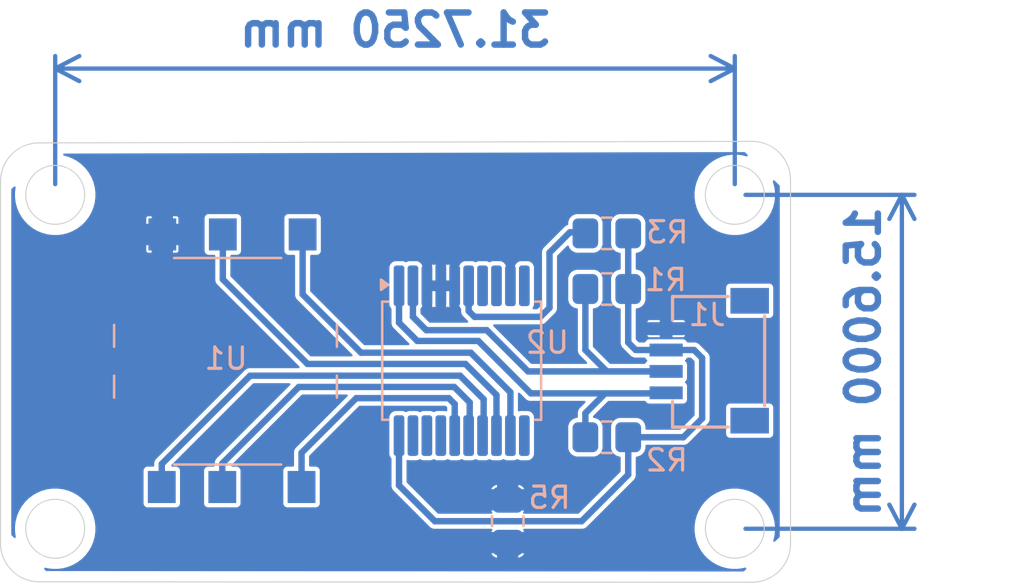
<source format=kicad_pcb>
(kicad_pcb (version 20241229) (generator "pcbnew") (generator_version "9.0")
  (layers (0 "F.Cu" signal) (2 "B.Cu" signal) (13 "F.Paste" user) (15 "B.Paste" user) (5 "F.SilkS" user "F.Silkscreen") (7 "B.SilkS" user "B.Silkscreen") (1 "F.Mask" user) (3 "B.Mask" user) (25 "Edge.Cuts" user))
  (net 0 "")
  (net 1 "VCC")
  (net 2 "/SDA")
  (net 3 "/SCL")
  (net 4 "GND")
  (net 5 "Net-(U2-~{RESET})")
  (net 7 "/right")
  (net 9 "/up")
  (net 15 "/left")
  (net 16 "/center")
  (net 17 "/down")
  (footprint "Resistor_SMD:R_0805_2012Metric_Pad1.20x1.40mm_HandSolder" (layer "B.Cu") (at 175.75 83.9 -90)
    (property "Reference" "R5" (at -1.1 -1.95 0) (layer "B.SilkS") (effects (justify mirror)))
    (property "Value" "0")
    (fp_line (start -0.227064 0.735) (end 0.227064 0.735) (stroke (width 0.12)) (layer "B.SilkS"))
    (fp_line (start -0.227064 -0.735) (end 0.227064 -0.735) (stroke (width 0.12)) (layer "B.SilkS"))
    (pad "1" smd roundrect (at -1 0 270) (size 1.2 1.4) (layers "B.Cu" "B.Mask" "B.Paste") (roundrect_rratio 0.208333) (net 4 "GND"))
    (pad "2" smd roundrect (at 1 0 270) (size 1.2 1.4) (layers "B.Cu" "B.Mask" "B.Paste") (roundrect_rratio 0.208333) (net 4 "GND"))
  )
  (footprint "Resistor_SMD:R_0805_2012Metric_Pad1.20x1.40mm_HandSolder" (layer "B.Cu") (at 180.375 79.975 180)
    (property "Reference" "R2" (at -2.8 -1.075 0) (layer "B.SilkS") (effects (justify mirror)))
    (property "Value" "10k")
    (fp_line (start 0.227064 0.735) (end -0.227064 0.735) (stroke (width 0.12)) (layer "B.SilkS"))
    (fp_line (start 0.227064 -0.735) (end -0.227064 -0.735) (stroke (width 0.12)) (layer "B.SilkS"))
    (pad "1" smd roundrect (at -1 0 180) (size 1.2 1.4) (layers "B.Cu" "B.Mask" "B.Paste") (roundrect_rratio 0.208333) (net 1 "VCC"))
    (pad "2" smd roundrect (at 1 0 180) (size 1.2 1.4) (layers "B.Cu" "B.Mask" "B.Paste") (roundrect_rratio 0.208333) (net 3 "/SCL"))
  )
  (footprint "adafruit-connectors:JST_SH4" (layer "B.Cu") (at 185.15 76.4 -90)
    (property "Reference" "J1" (at -2.725 1.05 0) (layer "B.SilkS") (effects (justify right top mirror)))
    (property "Value" "Conn_01x04_Socket" (hide yes))
    (fp_line (start -3 1.706) (end -3 -0.894) (stroke (width 0.1524)) (layer "B.SilkS"))
    (fp_line (start -1.9 1.706) (end -3 1.706) (stroke (width 0.1524)) (layer "B.SilkS"))
    (fp_line (start 3.1 1.706) (end 1.9 1.706) (stroke (width 0.1524)) (layer "B.SilkS"))
    (fp_line (start 3.1 -0.894) (end 3.1 1.706) (stroke (width 0.1524)) (layer "B.SilkS"))
    (fp_line (start 2.1 -2.594) (end -2.1 -2.594) (stroke (width 0.1524)) (layer "B.SilkS"))
    (pad "1" smd rect (at -1.5 2.006 180) (size 1.55 0.6) (layers "B.Cu" "B.Mask" "B.Paste") (net 4 "GND"))
    (pad "2" smd rect (at -0.5 2.006 180) (size 1.55 0.6) (layers "B.Cu" "B.Mask" "B.Paste") (net 1 "VCC"))
    (pad "3" smd rect (at 0.5 2.006 180) (size 1.55 0.6) (layers "B.Cu" "B.Mask" "B.Paste") (net 2 "/SDA"))
    (pad "4" smd rect (at 1.5 2.006 180) (size 1.55 0.6) (layers "B.Cu" "B.Mask" "B.Paste") (net 3 "/SCL"))
    (pad "MT1" smd rect (at -2.8 -1.894 180) (size 1.8 1.2) (layers "B.Cu" "B.Mask" "B.Paste"))
    (pad "MT2" smd rect (at 2.8 -1.894 180) (size 1.8 1.2) (layers "B.Cu" "B.Mask" "B.Paste"))
  )
  (footprint "aliexpress:5wayjoy" (layer "B.Cu") (at 153.5 74.475 90)
    (property "Reference" "U1" (at -1.825 9.1 0) (layer "B.SilkS") (effects (justify mirror)))
    (property "Value" "~")
    (fp_line (start -0.25 3.875) (end -1.275 3.875) (stroke (width 0.12)) (layer "B.SilkS"))
    (fp_line (start -2.625 3.875) (end -3.65 3.875) (stroke (width 0.12)) (layer "B.SilkS"))
    (fp_line (start 2.875 11.675) (end 2.875 6.675) (stroke (width 0.12)) (layer "B.SilkS"))
    (fp_line (start -6.775 11.675) (end -6.775 6.675) (stroke (width 0.12)) (layer "B.SilkS"))
    (fp_line (start -0.25 14.275) (end -1.275 14.275) (stroke (width 0.12)) (layer "B.SilkS"))
    (fp_line (start -2.625 14.275) (end -3.65 14.275) (stroke (width 0.12)) (layer "B.SilkS"))
    (pad "1" smd rect (at -7.825 12.625 270) (size 1.5 1.3) (layers "B.Cu" "B.Mask" "B.Paste") (net 9 "/up"))
    (pad "2" smd rect (at -7.825 8.925 270) (size 1.5 1.3) (layers "B.Cu" "B.Mask" "B.Paste") (net 15 "/left"))
    (pad "3" smd rect (at -7.825 6.1 270) (size 1.5 1.3) (layers "B.Cu" "B.Mask" "B.Paste") (net 17 "/down"))
    (pad "4" smd rect (at 3.975 6.125 270) (size 1.5 1.3) (layers "B.Cu" "B.Mask" "B.Paste") (net 4 "GND"))
    (pad "5" smd rect (at 3.975 8.95 270) (size 1.5 1.3) (layers "B.Cu" "B.Mask" "B.Paste") (net 7 "/right"))
    (pad "6" smd rect (at 3.975 12.675 270) (size 1.5 1.3) (layers "B.Cu" "B.Mask" "B.Paste") (net 16 "/center"))
  )
  (footprint "Resistor_SMD:R_0805_2012Metric_Pad1.20x1.40mm_HandSolder" (layer "B.Cu") (at 180.375 73.05 180)
    (property "Reference" "R1" (at -2.75 0.425 0) (layer "B.SilkS") (effects (justify mirror)))
    (property "Value" "10k")
    (fp_line (start 0.227064 0.735) (end -0.227064 0.735) (stroke (width 0.12)) (layer "B.SilkS"))
    (fp_line (start 0.227064 -0.735) (end -0.227064 -0.735) (stroke (width 0.12)) (layer "B.SilkS"))
    (pad "1" smd roundrect (at -1 0 180) (size 1.2 1.4) (layers "B.Cu" "B.Mask" "B.Paste") (roundrect_rratio 0.208333) (net 1 "VCC"))
    (pad "2" smd roundrect (at 1 0 180) (size 1.2 1.4) (layers "B.Cu" "B.Mask" "B.Paste") (roundrect_rratio 0.208333) (net 2 "/SDA"))
  )
  (footprint "Resistor_SMD:R_0805_2012Metric_Pad1.20x1.40mm_HandSolder" (layer "B.Cu") (at 180.375 70.45 180)
    (property "Reference" "R3" (at -2.825 0.05 0) (layer "B.SilkS") (effects (justify mirror)))
    (property "Value" "10k")
    (fp_line (start 0.227064 0.735) (end -0.227064 0.735) (stroke (width 0.12)) (layer "B.SilkS"))
    (fp_line (start 0.227064 -0.735) (end -0.227064 -0.735) (stroke (width 0.12)) (layer "B.SilkS"))
    (pad "1" smd roundrect (at -1 0 180) (size 1.2 1.4) (layers "B.Cu" "B.Mask" "B.Paste") (roundrect_rratio 0.208333) (net 1 "VCC"))
    (pad "2" smd roundrect (at 1 0 180) (size 1.2 1.4) (layers "B.Cu" "B.Mask" "B.Paste") (roundrect_rratio 0.208333) (net 5 "Net-(U2-~{RESET})"))
  )
  (footprint "Package_SO:SSOP-20_5.3x7.2mm_P0.65mm" (layer "B.Cu") (at 173.6 76.4 -90)
    (property "Reference" "U2" (at -0.85 -4 0) (layer "B.SilkS") (effects (justify mirror)))
    (property "Value" "MCP23008-xSS")
    (fp_line (start -2.76 3.71) (end 0 3.71) (stroke (width 0.12)) (layer "B.SilkS"))
    (fp_line (start 2.76 3.71) (end 0 3.71) (stroke (width 0.12)) (layer "B.SilkS"))
    (fp_line (start -2.76 3.435) (end -2.76 3.71) (stroke (width 0.12)) (layer "B.SilkS"))
    (fp_line (start 2.76 3.435) (end 2.76 3.71) (stroke (width 0.12)) (layer "B.SilkS"))
    (fp_line (start -2.76 -3.435) (end -2.76 -3.71) (stroke (width 0.12)) (layer "B.SilkS"))
    (fp_line (start 2.76 -3.435) (end 2.76 -3.71) (stroke (width 0.12)) (layer "B.SilkS"))
    (fp_line (start -2.76 -3.71) (end 0 -3.71) (stroke (width 0.12)) (layer "B.SilkS"))
    (fp_line (start 2.76 -3.71) (end 0 -3.71) (stroke (width 0.12)) (layer "B.SilkS"))
    (fp_poly (pts (xy -3.55 3.435) (xy -3.79 3.765) (xy -3.31 3.765) (xy -3.55 3.435)) (stroke (width 0.12)) (fill yes) (layer "B.SilkS"))
    (pad "1" smd roundrect (at -3.5 2.925 270) (size 1.9 0.5) (layers "B.Cu" "B.Mask" "B.Paste") (net 3 "/SCL"))
    (pad "2" smd roundrect (at -3.5 2.275 270) (size 1.9 0.5) (layers "B.Cu" "B.Mask" "B.Paste") (net 2 "/SDA"))
    (pad "3" smd roundrect (at -3.5 1.625 270) (size 1.9 0.5) (layers "B.Cu" "B.Mask" "B.Paste") (net 4 "GND"))
    (pad "4" smd roundrect (at -3.5 0.975 270) (size 1.9 0.5) (layers "B.Cu" "B.Mask" "B.Paste") (net 4 "GND"))
    (pad "5" smd roundrect (at -3.5 0.325 270) (size 1.9 0.5) (layers "B.Cu" "B.Mask" "B.Paste") (net 4 "GND"))
    (pad "6" smd roundrect (at -3.5 -0.325 270) (size 1.9 0.5) (layers "B.Cu" "B.Mask" "B.Paste") (net 5 "Net-(U2-~{RESET})"))
    (pad "7" smd roundrect (at -3.5 -0.975 270) (size 1.9 0.5) (layers "B.Cu" "B.Mask" "B.Paste"))
    (pad "8" smd roundrect (at -3.5 -1.625 270) (size 1.9 0.5) (layers "B.Cu" "B.Mask" "B.Paste"))
    (pad "9" smd roundrect (at -3.5 -2.275 270) (size 1.9 0.5) (layers "B.Cu" "B.Mask" "B.Paste") (net 4 "GND"))
    (pad "10" smd roundrect (at -3.5 -2.925 270) (size 1.9 0.5) (layers "B.Cu" "B.Mask" "B.Paste"))
    (pad "11" smd roundrect (at 3.5 -2.925 270) (size 1.9 0.5) (layers "B.Cu" "B.Mask" "B.Paste"))
    (pad "12" smd roundrect (at 3.5 -2.275 270) (size 1.9 0.5) (layers "B.Cu" "B.Mask" "B.Paste") (net 16 "/center"))
    (pad "13" smd roundrect (at 3.5 -1.625 270) (size 1.9 0.5) (layers "B.Cu" "B.Mask" "B.Paste") (net 7 "/right"))
    (pad "14" smd roundrect (at 3.5 -0.975 270) (size 1.9 0.5) (layers "B.Cu" "B.Mask" "B.Paste") (net 17 "/down"))
    (pad "15" smd roundrect (at 3.5 -0.325 270) (size 1.9 0.5) (layers "B.Cu" "B.Mask" "B.Paste") (net 15 "/left"))
    (pad "16" smd roundrect (at 3.5 0.325 270) (size 1.9 0.5) (layers "B.Cu" "B.Mask" "B.Paste") (net 9 "/up"))
    (pad "17" smd roundrect (at 3.5 0.975 270) (size 1.9 0.5) (layers "B.Cu" "B.Mask" "B.Paste"))
    (pad "18" smd roundrect (at 3.5 1.625 270) (size 1.9 0.5) (layers "B.Cu" "B.Mask" "B.Paste"))
    (pad "19" smd roundrect (at 3.5 2.275 270) (size 1.9 0.5) (layers "B.Cu" "B.Mask" "B.Paste"))
    (pad "20" smd roundrect (at 3.5 2.925 270) (size 1.9 0.5) (layers "B.Cu" "B.Mask" "B.Paste") (net 1 "VCC"))
  )
  (gr_line (start 188.95 67.95) (end 188.95 84.95) (stroke (width 0.05)) (layer "Edge.Cuts"))
  (gr_circle (center 154.625 68.65) (end 154.625 67.275) (stroke (width 0.05)) (fill no) (layer "Edge.Cuts"))
  (gr_circle (center 186.35 68.65) (end 186.35 67.275) (stroke (width 0.05)) (fill no) (layer "Edge.Cuts"))
  (gr_circle (center 186.35 84.25) (end 186.35 82.875) (stroke (width 0.05)) (fill no) (layer "Edge.Cuts"))
  (gr_line (start 152.072792 84.927208) (end 152.072792 68.02279) (stroke (width 0.05)) (layer "Edge.Cuts"))
  (gr_line (start 187.15 86.75) (end 153.872792 86.727208) (stroke (width 0.05)) (layer "Edge.Cuts"))
  (gr_circle (center 154.625 84.25) (end 154.625 82.875) (stroke (width 0.05)) (fill no) (layer "Edge.Cuts"))
  (gr_arc (start 153.872792 86.727208) (mid 152.600002 86.199998) (end 152.072792 84.927208) (stroke (width 0.05)) (layer "Edge.Cuts"))
  (gr_arc (start 152.072792 68.02279) (mid 152.600003 66.750001) (end 153.872792 66.22279) (stroke (width 0.05)) (layer "Edge.Cuts"))
  (gr_line (start 153.872792 66.22279) (end 187.15 66.15) (stroke (width 0.05)) (layer "Edge.Cuts"))
  (gr_arc (start 188.95 84.95) (mid 188.422792 86.222792) (end 187.15 86.75) (stroke (width 0.05)) (layer "Edge.Cuts"))
  (gr_arc (start 187.15 66.15) (mid 188.422792 66.677208) (end 188.95 67.95) (stroke (width 0.05)) (layer "Edge.Cuts"))
  (dimension (type orthogonal) (layer "B.Cu") (pts (xy 154.625 68.65) (xy 186.35 68.65)) (height -5.9) (orientation 0) (format (prefix "") (suffix "") (units 3) (units_format 1) (precision 4)) (style (thickness 0.2) (arrow_length 1.27) (text_position_mode 0) (arrow_direction outward) (extension_height 0.58642) (extension_offset 0.5) (keep_text_aligned yes)) (gr_text "31.7250 mm" (at 170.4875 60.95 0) (layer "B.Cu") (effects (font (size 1.5 1.5) (thickness 0.3)) (justify mirror))))
  (dimension (type orthogonal) (layer "B.Cu") (pts (xy 186.35 68.65) (xy 186.35 84.25)) (height 7.8) (orientation 1) (format (prefix "") (suffix "") (units 3) (units_format 1) (precision 4)) (style (thickness 0.2) (arrow_length 1.27) (text_position_mode 0) (arrow_direction outward) (extension_height 0.58642) (extension_offset 0.5) (keep_text_aligned yes)) (gr_text "15.6000 mm" (at 192.35 76.45 90) (layer "B.Cu") (effects (font (size 1.5 1.5) (thickness 0.3)) (justify mirror))))
  (segment (start 181.375 73.05) (end 181.375 70.4) (width 0.3) (layer "B.Cu") (net 1))
  (segment (start 181.725 75.9) (end 181.375 75.55) (width 0.3) (layer "B.Cu") (net 1))
  (segment (start 172.35 83.9) (end 170.675 82.225) (width 0.3) (layer "B.Cu") (net 1))
  (segment (start 179.2 83.9) (end 172.35 83.9) (width 0.3) (layer "B.Cu") (net 1))
  (segment (start 181.375 79.975) (end 181.375 81.725) (width 0.3) (layer "B.Cu") (net 1))
  (segment (start 183.95 79.975) (end 184.825 79.1) (width 0.3) (layer "B.Cu") (net 1))
  (segment (start 184.825 76.275) (end 184.45 75.9) (width 0.3) (layer "B.Cu") (net 1))
  (segment (start 183.144 75.9) (end 181.725 75.9) (width 0.3) (layer "B.Cu") (net 1))
  (segment (start 184.45 75.9) (end 183.144 75.9) (width 0.3) (layer "B.Cu") (net 1))
  (segment (start 184.825 79.1) (end 184.825 76.275) (width 0.3) (layer "B.Cu") (net 1))
  (segment (start 170.675 82.225) (end 170.675 79.9) (width 0.3) (layer "B.Cu") (net 1))
  (segment (start 181.375 79.975) (end 183.95 79.975) (width 0.3) (layer "B.Cu") (net 1))
  (segment (start 181.375 81.725) (end 179.2 83.9) (width 0.3) (layer "B.Cu") (net 1))
  (segment (start 181.375 75.55) (end 181.375 73.05) (width 0.3) (layer "B.Cu") (net 1))
  (segment (start 180.375 76.9) (end 179.375 75.9) (width 0.3) (layer "B.Cu") (net 2))
  (segment (start 183.119 76.925) (end 183.144 76.9) (width 0.3) (layer "B.Cu") (net 2))
  (segment (start 179.375 75.9) (end 179.375 73.05) (width 0.3) (layer "B.Cu") (net 2))
  (segment (start 176.7 76.9) (end 183.144 76.9) (width 0.3) (layer "B.Cu") (net 2))
  (segment (start 171.325 74.35) (end 171.949 74.974) (width 0.3) (layer "B.Cu") (net 2))
  (segment (start 174.774 74.974) (end 176.7 76.9) (width 0.3) (layer "B.Cu") (net 2))
  (segment (start 183.144 76.9) (end 180.375 76.9) (width 0.3) (layer "B.Cu") (net 2))
  (segment (start 171.949 74.974) (end 174.774 74.974) (width 0.3) (layer "B.Cu") (net 2))
  (segment (start 171.325 72.9) (end 171.325 74.35) (width 0.3) (layer "B.Cu") (net 2))
  (segment (start 170.675 72.9) (end 170.675 74.625) (width 0.3) (layer "B.Cu") (net 3))
  (segment (start 183.119 77.925) (end 183.144 77.9) (width 0.3) (layer "B.Cu") (net 3))
  (segment (start 180.3 77.925) (end 182.15 77.925) (width 0.3) (layer "B.Cu") (net 3))
  (segment (start 170.675 74.625) (end 171.525 75.475) (width 0.3) (layer "B.Cu") (net 3))
  (segment (start 174.375 75.475) (end 176.825 77.925) (width 0.3) (layer "B.Cu") (net 3))
  (segment (start 171.525 75.475) (end 174.375 75.475) (width 0.3) (layer "B.Cu") (net 3))
  (segment (start 179.375 78.85) (end 180.3 77.925) (width 0.3) (layer "B.Cu") (net 3))
  (segment (start 182.15 77.925) (end 183.119 77.925) (width 0.3) (layer "B.Cu") (net 3))
  (segment (start 176.825 77.925) (end 182.15 77.925) (width 0.3) (layer "B.Cu") (net 3))
  (segment (start 179.375 79.975) (end 179.375 78.85) (width 0.3) (layer "B.Cu") (net 3))
  (segment (start 173.925 72.9) (end 173.925 74.075) (width 0.3) (layer "B.Cu") (net 5))
  (segment (start 173.925 74.075) (end 174.2 74.35) (width 0.3) (layer "B.Cu") (net 5))
  (segment (start 177.7 71.35) (end 178.65 70.4) (width 0.3) (layer "B.Cu") (net 5))
  (segment (start 178.65 70.4) (end 179.375 70.4) (width 0.3) (layer "B.Cu") (net 5))
  (segment (start 174.2 74.35) (end 177.275 74.35) (width 0.3) (layer "B.Cu") (net 5))
  (segment (start 177.275 74.35) (end 177.7 73.925) (width 0.3) (layer "B.Cu") (net 5))
  (segment (start 177.7 73.925) (end 177.7 71.35) (width 0.3) (layer "B.Cu") (net 5))
  (segment (start 166.4 76.55) (end 173.775 76.55) (width 0.3) (layer "B.Cu") (net 7))
  (segment (start 162.45 72.6) (end 166.4 76.55) (width 0.3) (layer "B.Cu") (net 7))
  (segment (start 162.45 70.375) (end 162.45 72.6) (width 0.3) (layer "B.Cu") (net 7))
  (segment (start 175.225 78) (end 175.225 79.9) (width 0.3) (layer "B.Cu") (net 7))
  (segment (start 173.775 76.55) (end 175.225 78) (width 0.3) (layer "B.Cu") (net 7))
  (segment (start 166.125 80.7) (end 168.675 78.15) (width 0.3) (layer "B.Cu") (net 9))
  (segment (start 168.675 78.15) (end 173 78.15) (width 0.3) (layer "B.Cu") (net 9))
  (segment (start 173 78.15) (end 173.275 78.425) (width 0.3) (layer "B.Cu") (net 9))
  (segment (start 173.275 78.425) (end 173.275 79.9) (width 0.3) (layer "B.Cu") (net 9))
  (segment (start 166.125 82.175) (end 166.125 80.7) (width 0.3) (layer "B.Cu") (net 9))
  (segment (start 173.975 78.35) (end 173.975 79.05) (width 0.3) (layer "B.Cu") (net 15))
  (segment (start 166 77.625) (end 173.25 77.625) (width 0.3) (layer "B.Cu") (net 15))
  (segment (start 162.425 81.2) (end 166 77.625) (width 0.3) (layer "B.Cu") (net 15))
  (segment (start 162.425 82.3) (end 162.425 81.2) (width 0.3) (layer "B.Cu") (net 15))
  (segment (start 173.25 77.625) (end 173.975 78.35) (width 0.3) (layer "B.Cu") (net 15))
  (segment (start 162.425 82.175) (end 162.425 82.3) (width 0.3) (layer "B.Cu") (net 15))
  (segment (start 166.175 70.375) (end 166.175 73.3) (width 0.3) (layer "B.Cu") (net 16))
  (segment (start 168.9 76.025) (end 174.025 76.025) (width 0.3) (layer "B.Cu") (net 16))
  (segment (start 174.025 76.025) (end 175.875 77.875) (width 0.3) (layer "B.Cu") (net 16))
  (segment (start 166.175 73.3) (end 168.9 76.025) (width 0.3) (layer "B.Cu") (net 16))
  (segment (start 175.875 77.875) (end 175.875 79.9) (width 0.3) (layer "B.Cu") (net 16))
  (segment (start 174.625 78.2) (end 174.625 80.175) (width 0.3) (layer "B.Cu") (net 17))
  (segment (start 173.525 77.1) (end 174.625 78.2) (width 0.3) (layer "B.Cu") (net 17))
  (segment (start 159.6 81.225) (end 163.725 77.1) (width 0.3) (layer "B.Cu") (net 17))
  (segment (start 159.6 82.175) (end 159.6 81.225) (width 0.3) (layer "B.Cu") (net 17))
  (segment (start 163.725 77.1) (end 173.525 77.1) (width 0.3) (layer "B.Cu") (net 17))
  (zone (net 4) (net_name "GND") (layer "B.Cu") (connect_pads (clearance 0.1)) (min_thickness 0.1) (fill yes (thermal_gap 0.1) (thermal_bridge_width 1))
    (polygon (pts (xy 186.4 66.25) (xy 154.65 66.35) (xy 152.15 68.8) (xy 152.2 84.15) (xy 154.6 86.65) (xy 186.35 86.65) (xy 188.85 84.25) (xy 188.9 68.65)))
  )
)
</source>
